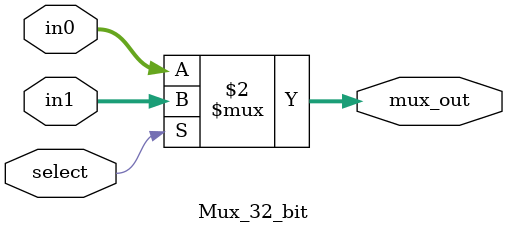
<source format=v>
module TestBench_Mux_32_bit; 
    reg [31:0] in0, in1; 
    wire [31:0] mux_out; 
    reg select; 
    integer i,error_count;
    Mux_32_bit dut(in0, in1, mux_out, select); 
    initial 
        begin
            $monitor($time," select=%b| input0=%4d| input1=%4d | mux_out=%4d ", select, in0, in1, mux_out); 
                error_count=0; select=0;
                in0=22; in1=66; // initial input values
                #1;
                $display("==> Select input 0");
                for (i=1;i<=4;i=i+1)
                    begin
                        select=~select;
                        // Change input values
                        in0=in0+5;
                        in1=in1+5;
                        #5
                        begin
                            case(select)
                                1'b1: // select = 1
                                    if(!(mux_out==in1))
                                        begin
                                            error_count++;
                                            $display("Error MUX32 select=%b", select, error_count);
                                        end
                                    else
                                        begin
                                            $display("==> Select input 1");
                                        end
                                1'b0: // select = 0
                                    if(!(mux_out==in0))
                                        begin
                                            error_count++;
                                            $display("Error MUX32 select=%b", select, error_count);
                                        end
                                    else
                                        begin
                                            $display("==> Select input 0");
                                        end
                            endcase
                        end
                    end
                #10 // Draw final conclusion
                if (error_count==0) 
                    begin
        	            $display("Summary: Testbench of MUX32 completed successfully!");
        	        end
        	    else
                    begin
            	        $display("Summary: Something wrong, try again!");
            	        $display("Number of errors=%d", error_count);
        	        end
                #5 $finish;
        end
endmodule

module Mux_32_bit (in0, in1, mux_out, select);
	parameter N=32;
	input [N-1:0] in0, in1;
	output [N-1:0] mux_out;
	input select;
	assign mux_out = select ? in1 : in0;
endmodule

</source>
